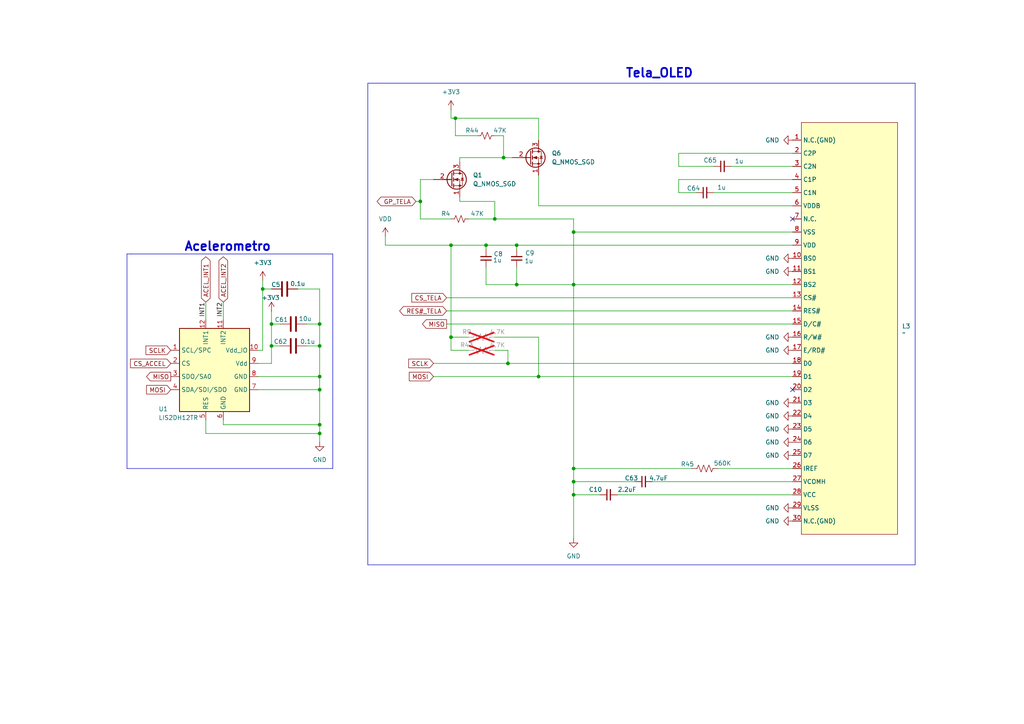
<source format=kicad_sch>
(kicad_sch (version 20250114) (generator "eeschema") (generator_version "9.0")
  (paper "A4")
  (lib_symbols
    (symbol "Device:C" (pin_numbers (hide yes)) (pin_names (offset 0.254))
      (property "Reference" "C" (at 0.635 2.54 0))
      (property "Value" "C" (at 0.635 -2.54 0))
      (symbol "C_0_1"
        (polyline (pts (xy -2.032 0.762) (xy 2.032 0.762)) (stroke (width 0.508)))
        (polyline (pts (xy -2.032 -0.762) (xy 2.032 -0.762)) (stroke (width 0.508)))
      )
      (symbol "C_1_1"
        (pin passive line (at 0 3.81 270) (length 2.794) (name "~") (number "1"))
        (pin passive line (at 0 -3.81 90) (length 2.794) (name "~") (number "2"))
      )
    )
    (symbol "Device:C_Small" (pin_numbers (hide yes)) (pin_names (offset 0.254) (hide yes))
      (property "Reference" "C" (at 0.254 1.778 0))
      (property "Value" "C_Small" (at 0.254 -2.032 0))
      (symbol "C_Small_0_1"
        (polyline (pts (xy -1.524 0.508) (xy 1.524 0.508)) (stroke (width 0.3048)))
        (polyline (pts (xy -1.524 -0.508) (xy 1.524 -0.508)) (stroke (width 0.3302)))
      )
      (symbol "C_Small_1_1"
        (pin passive line (at 0 2.54 270) (length 2.032) (name "~") (number "1"))
        (pin passive line (at 0 -2.54 90) (length 2.032) (name "~") (number "2"))
      )
    )
    (symbol "Device:R_Small_US" (pin_numbers (hide yes)) (pin_names (offset 0.254) (hide yes))
      (property "Reference" "R" (at 0.762 0.508 0))
      (property "Value" "R_Small_US" (at 0.762 -1.016 0))
      (symbol "R_Small_US_1_1"
        (polyline (pts (xy 0 1.524) (xy 1.016 1.143) (xy 0 0.762) (xy -1.016 0.381) (xy 0 0)))
        (polyline (pts (xy 0 0) (xy 1.016 -0.381) (xy 0 -0.762) (xy -1.016 -1.143) (xy 0 -1.524)))
        (pin passive line (at 0 2.54 270) (length 1.016) (name "~") (number "1"))
        (pin passive line (at 0 -2.54 90) (length 1.016) (name "~") (number "2"))
      )
    )
    (symbol "Device:R_US" (pin_numbers (hide yes)) (pin_names (offset 0))
      (property "Reference" "R" (at 2.54 0 90))
      (property "Value" "R_US" (at -2.54 0 90))
      (symbol "R_US_0_1"
        (polyline (pts (xy 0 2.286) (xy 0 2.54)))
        (polyline (pts (xy 0 2.286) (xy 1.016 1.905) (xy 0 1.524) (xy -1.016 1.143) (xy 0 0.762)))
        (polyline (pts (xy 0 0.762) (xy 1.016 0.381) (xy 0 0) (xy -1.016 -0.381) (xy 0 -0.762)))
        (polyline (pts (xy 0 -0.762) (xy 1.016 -1.143) (xy 0 -1.524) (xy -1.016 -1.905) (xy 0 -2.286)))
        (polyline (pts (xy 0 -2.286) (xy 0 -2.54)))
      )
      (symbol "R_US_1_1"
        (pin passive line (at 0 3.81 270) (length 1.27) (name "~") (number "1"))
        (pin passive line (at 0 -3.81 90) (length 1.27) (name "~") (number "2"))
      )
    )
    (symbol "Sensor_Motion:LIS2DH"
      (property "Reference" "U1" (at 7.874 -15.494 0))
      (property "Value" "LIS2DH12" (at 7.874 -18.034 0))
      (symbol "LIS2DH_0_1"
        (rectangle (start -7.62 10.16) (end 12.7 -13.97) (stroke (width 0.254)) (fill (type background)))
      )
      (symbol "LIS2DH_1_1"
        (pin input line (at -10.16 3.81 0) (length 2.54) (name "SCL/SPC") (number "1"))
        (pin input line (at -10.16 0 0) (length 2.54) (name "CS") (number "2"))
        (pin bidirectional line (at -10.16 -3.81 0) (length 2.54) (name "SDO/SA0") (number "3"))
        (pin bidirectional line (at -10.16 -7.62 0) (length 2.54) (name "SDA/SDI/SDO") (number "4"))
        (pin output line (at 0 12.7 270) (length 2.54) (name "INT1") (number "12"))
        (pin passive line (at 0 -16.51 90) (length 2.54) (hide yes) (name "GND") (number "10"))
        (pin passive line (at 0 -16.51 90) (length 2.54) (hide yes) (name "GND") (number "11"))
        (pin passive line (at 0 -16.51 90) (length 2.54) (hide yes) (name "GND") (number "12"))
        (pin passive line (at 0 -16.51 90) (length 2.54) (hide yes) (name "GND") (number "13"))
        (pin passive line (at 0 -16.51 90) (length 2.54) (hide yes) (name "GND") (number "14"))
        (pin bidirectional line (at 0 -16.51 90) (length 2.54) (name "RES") (number "5"))
        (pin output line (at 5.08 12.7 270) (length 2.54) (name "INT2") (number "11"))
        (pin bidirectional line (at 5.08 -16.51 90) (length 2.54) (name "GND") (number "6"))
        (pin bidirectional line (at 15.24 3.81 180) (length 2.54) (name "Vdd_IO") (number "10"))
        (pin bidirectional line (at 15.24 0 180) (length 2.54) (name "Vdd") (number "9"))
        (pin bidirectional line (at 15.24 -3.81 180) (length 2.54) (name "GND") (number "8"))
        (pin bidirectional line (at 15.24 -7.62 180) (length 2.54) (name "GND") (number "7"))
      )
    )
    (symbol "Transistor_FET:Q_NMOS_SGD" (pin_names (offset 0) (hide yes))
      (property "Reference" "Q" (at 5.08 1.905 0))
      (property "Value" "Q_NMOS_SGD" (at 5.08 0 0))
      (symbol "Q_NMOS_SGD_0_1"
        (polyline (pts (xy 0.254 1.905) (xy 0.254 -1.905)) (stroke (width 0.254)))
        (polyline (pts (xy 0.254 0) (xy -2.54 0)))
        (polyline (pts (xy 0.762 2.286) (xy 0.762 1.27)) (stroke (width 0.254)))
        (polyline (pts (xy 0.762 0.508) (xy 0.762 -0.508)) (stroke (width 0.254)))
        (polyline (pts (xy 0.762 -1.27) (xy 0.762 -2.286)) (stroke (width 0.254)))
        (polyline (pts (xy 0.762 -1.778) (xy 3.302 -1.778) (xy 3.302 1.778) (xy 0.762 1.778)))
        (polyline (pts (xy 1.016 0) (xy 2.032 0.381) (xy 2.032 -0.381) (xy 1.016 0)) (fill (type outline)))
        (circle (center 1.651 0) (radius 2.794) (stroke (width 0.254)))
        (polyline (pts (xy 2.54 2.54) (xy 2.54 1.778)))
        (circle (center 2.54 1.778) (radius 0.254) (fill (type outline)))
        (circle (center 2.54 -1.778) (radius 0.254) (fill (type outline)))
        (polyline (pts (xy 2.54 -2.54) (xy 2.54 0) (xy 0.762 0)))
        (polyline (pts (xy 2.921 0.381) (xy 3.683 0.381)))
        (polyline (pts (xy 3.302 0.381) (xy 2.921 -0.254) (xy 3.683 -0.254) (xy 3.302 0.381)))
      )
      (symbol "Q_NMOS_SGD_1_1"
        (pin input line (at -5.08 0 0) (length 5.08) (name "G") (number "2"))
        (pin passive line (at 2.54 5.08 270) (length 2.54) (name "D") (number "3"))
        (pin passive line (at 2.54 -5.08 90) (length 2.54) (name "S") (number "1"))
      )
    )
    (symbol "componentes_personalizados:Led_1.3"
      (property "Reference" "L" (at 0 0 0))
      (symbol "Led_1.3_1_1"
        (rectangle (start 1.27 -2.54) (end 29.21 -121.92) (fill (type background)))
        (pin input line (at -1.27 -7.62 0) (length 2.54) (name "N.C.(GND)") (number "1"))
        (pin input line (at -1.27 -11.43 0) (length 2.54) (name "C2P") (number "2"))
        (pin input line (at -1.27 -15.24 0) (length 2.54) (name "C2N") (number "3"))
        (pin input line (at -1.27 -19.05 0) (length 2.54) (name "C1P") (number "4"))
        (pin input line (at -1.27 -22.86 0) (length 2.54) (name "C1N") (number "5"))
        (pin input line (at -1.27 -26.67 0) (length 2.54) (name "VDDB") (number "6"))
        (pin input line (at -1.27 -30.48 0) (length 2.54) (name "N.C.") (number "7"))
        (pin input line (at -1.27 -34.29 0) (length 2.54) (name "VSS") (number "8"))
        (pin input line (at -1.27 -38.1 0) (length 2.54) (name "VDD") (number "9"))
        (pin input line (at -1.27 -41.91 0) (length 2.54) (name "BS0") (number "10"))
        (pin input line (at -1.27 -45.72 0) (length 2.54) (name "BS1") (number "11"))
        (pin input line (at -1.27 -49.53 0) (length 2.54) (name "BS2") (number "12"))
        (pin input line (at -1.27 -53.34 0) (length 2.54) (name "CS#") (number "13"))
        (pin input line (at -1.27 -57.15 0) (length 2.54) (name "RES#") (number "14"))
        (pin input line (at -1.27 -60.96 0) (length 2.54) (name "D/C#") (number "15"))
        (pin input line (at -1.27 -64.77 0) (length 2.54) (name "R/W#") (number "16"))
        (pin input line (at -1.27 -68.58 0) (length 2.54) (name "E/RD#") (number "17"))
        (pin input line (at -1.27 -72.39 0) (length 2.54) (name "D0") (number "18"))
        (pin input line (at -1.27 -76.2 0) (length 2.54) (name "D1") (number "19"))
        (pin input line (at -1.27 -80.01 0) (length 2.54) (name "D2") (number "20"))
        (pin input line (at -1.27 -83.82 0) (length 2.54) (name "D3") (number "21"))
        (pin input line (at -1.27 -87.63 0) (length 2.54) (name "D4") (number "22"))
        (pin input line (at -1.27 -91.44 0) (length 2.54) (name "D5") (number "23"))
        (pin input line (at -1.27 -95.25 0) (length 2.54) (name "D6") (number "24"))
        (pin input line (at -1.27 -99.06 0) (length 2.54) (name "D7") (number "25"))
        (pin input line (at -1.27 -102.87 0) (length 2.54) (name "IREF") (number "26"))
        (pin input line (at -1.27 -106.68 0) (length 2.54) (name "VCOMH") (number "27"))
        (pin input line (at -1.27 -110.49 0) (length 2.54) (name "VCC") (number "28"))
        (pin input line (at -1.27 -114.3 0) (length 2.54) (name "VLSS") (number "29"))
        (pin input line (at -1.27 -118.11 0) (length 2.54) (name "N.C.(GND)") (number "30"))
      )
    )
    (symbol "power:+3V3" (power) (pin_numbers (hide yes)) (pin_names (offset 0) (hide yes))
      (property "Value" "+3V3" (at 0 3.556 0))
      (symbol "+3V3_0_1"
        (polyline (pts (xy -0.762 1.27) (xy 0 2.54)))
        (polyline (pts (xy 0 2.54) (xy 0.762 1.27)))
        (polyline (pts (xy 0 0) (xy 0 2.54)))
      )
      (symbol "+3V3_1_1"
        (pin power_in line (at 0 0 90) (length 0) (name "~") (number "1"))
      )
    )
    (symbol "power:GND" (power) (pin_numbers (hide yes)) (pin_names (offset 0) (hide yes))
      (property "Value" "GND" (at 0 -3.81 0))
      (symbol "GND_0_1"
        (polyline (pts (xy 0 0) (xy 0 -1.27) (xy 1.27 -1.27) (xy 0 -2.54) (xy -1.27 -1.27) (xy 0 -1.27)))
      )
      (symbol "GND_1_1"
        (pin power_in line (at 0 0 270) (length 0) (name "~") (number "1"))
      )
    )
    (symbol "power:VDD" (power) (pin_numbers (hide yes)) (pin_names (offset 0) (hide yes))
      (property "Value" "VDD" (at 0 3.556 0))
      (symbol "VDD_0_1"
        (polyline (pts (xy -0.762 1.27) (xy 0 2.54)))
        (polyline (pts (xy 0 2.54) (xy 0.762 1.27)))
        (polyline (pts (xy 0 0) (xy 0 2.54)))
      )
      (symbol "VDD_1_1"
        (pin power_in line (at 0 0 90) (length 0) (name "~") (number "1"))
      )
    )
  )
  (text "Tela_OLED" (at 191.262 21.336 0) (effects (font (size 2.54 2.54) (thickness 0.508) (bold yes))))
  (text "Acelerometro" (at 66.04 71.628 0) (effects (font (size 2.54 2.54) (thickness 0.508) (bold yes))))
  (junction (at 121.92 58.42))
  (junction (at 92.71 123.19))
  (junction (at 130.81 71.12))
  (junction (at 92.71 109.22))
  (junction (at 130.81 97.79))
  (junction (at 143.51 63.5))
  (junction (at 132.08 34.29))
  (junction (at 92.71 93.98))
  (junction (at 146.05 45.72))
  (junction (at 166.37 82.55))
  (junction (at 92.71 100.33))
  (junction (at 78.74 93.98))
  (junction (at 166.37 135.89))
  (junction (at 166.37 143.51))
  (junction (at 76.2 83.82))
  (junction (at 149.86 82.55))
  (junction (at 92.71 113.03))
  (junction (at 149.86 71.12))
  (junction (at 147.32 105.41))
  (junction (at 166.37 67.31))
  (junction (at 166.37 139.7))
  (junction (at 156.21 109.22))
  (junction (at 78.74 100.33))
  (junction (at 92.71 125.73))
  (junction (at 140.97 71.12))
  (no_connect (at 229.87 63.5))
  (no_connect (at 229.87 113.03))
  (wire (pts (xy 59.69 87.63) (xy 59.69 92.71)))
  (wire (pts (xy 92.71 83.82) (xy 92.71 93.98)))
  (wire (pts (xy 149.86 72.39) (xy 149.86 71.12)))
  (wire (pts (xy 156.21 97.79) (xy 156.21 109.22)))
  (wire (pts (xy 207.01 48.26) (xy 196.85 48.26)))
  (polyline (pts (xy 36.83 73.66) (xy 38.1 73.66)))
  (wire (pts (xy 166.37 139.7) (xy 184.15 139.7)))
  (wire (pts (xy 143.51 63.5) (xy 166.37 63.5)))
  (wire (pts (xy 92.71 125.73) (xy 92.71 128.27)))
  (wire (pts (xy 86.36 83.82) (xy 92.71 83.82)))
  (wire (pts (xy 208.28 135.89) (xy 229.87 135.89)))
  (wire (pts (xy 121.92 52.07) (xy 125.73 52.07)))
  (wire (pts (xy 149.86 82.55) (xy 140.97 82.55)))
  (wire (pts (xy 166.37 63.5) (xy 166.37 67.31)))
  (wire (pts (xy 76.2 83.82) (xy 78.74 83.82)))
  (wire (pts (xy 125.73 109.22) (xy 156.21 109.22)))
  (wire (pts (xy 129.54 90.17) (xy 229.87 90.17)))
  (wire (pts (xy 130.81 71.12) (xy 130.81 97.79)))
  (wire (pts (xy 196.85 55.88) (xy 201.93 55.88)))
  (wire (pts (xy 121.92 58.42) (xy 121.92 63.5)))
  (wire (pts (xy 88.9 93.98) (xy 92.71 93.98)))
  (wire (pts (xy 156.21 59.69) (xy 156.21 50.8)))
  (wire (pts (xy 166.37 82.55) (xy 149.86 82.55)))
  (wire (pts (xy 74.93 101.6) (xy 76.2 101.6)))
  (wire (pts (xy 140.97 82.55) (xy 140.97 77.47)))
  (wire (pts (xy 166.37 139.7) (xy 166.37 143.51)))
  (polyline (pts (xy 38.1 73.66) (xy 96.52 73.66)))
  (wire (pts (xy 64.77 87.63) (xy 64.77 92.71)))
  (wire (pts (xy 76.2 101.6) (xy 76.2 83.82)))
  (wire (pts (xy 143.51 63.5) (xy 143.51 58.42)))
  (polyline (pts (xy 110.49 24.13) (xy 265.43 24.13)))
  (wire (pts (xy 156.21 109.22) (xy 229.87 109.22)))
  (wire (pts (xy 78.74 100.33) (xy 81.28 100.33)))
  (wire (pts (xy 179.07 143.51) (xy 229.87 143.51)))
  (wire (pts (xy 147.32 101.6) (xy 147.32 105.41)))
  (wire (pts (xy 207.01 55.88) (xy 229.87 55.88)))
  (wire (pts (xy 132.08 34.29) (xy 132.08 39.37)))
  (wire (pts (xy 146.05 39.37) (xy 143.51 39.37)))
  (wire (pts (xy 196.85 52.07) (xy 196.85 55.88)))
  (wire (pts (xy 156.21 40.64) (xy 156.21 34.29)))
  (wire (pts (xy 166.37 82.55) (xy 166.37 135.89)))
  (wire (pts (xy 92.71 100.33) (xy 92.71 109.22)))
  (wire (pts (xy 166.37 82.55) (xy 229.87 82.55)))
  (wire (pts (xy 229.87 59.69) (xy 156.21 59.69)))
  (wire (pts (xy 111.76 71.12) (xy 130.81 71.12)))
  (wire (pts (xy 143.51 97.79) (xy 156.21 97.79)))
  (wire (pts (xy 92.71 109.22) (xy 92.71 113.03)))
  (wire (pts (xy 88.9 100.33) (xy 92.71 100.33)))
  (wire (pts (xy 166.37 143.51) (xy 173.99 143.51)))
  (wire (pts (xy 120.65 58.42) (xy 121.92 58.42)))
  (wire (pts (xy 78.74 90.17) (xy 78.74 93.98)))
  (wire (pts (xy 166.37 67.31) (xy 229.87 67.31)))
  (wire (pts (xy 140.97 72.39) (xy 140.97 71.12)))
  (polyline (pts (xy 96.52 135.89) (xy 36.83 135.89)))
  (wire (pts (xy 130.81 101.6) (xy 135.89 101.6)))
  (wire (pts (xy 166.37 67.31) (xy 166.37 82.55)))
  (wire (pts (xy 130.81 71.12) (xy 140.97 71.12)))
  (wire (pts (xy 76.2 81.28) (xy 76.2 83.82)))
  (wire (pts (xy 130.81 34.29) (xy 132.08 34.29)))
  (polyline (pts (xy 106.68 163.83) (xy 106.68 24.13)))
  (wire (pts (xy 166.37 143.51) (xy 166.37 156.21)))
  (wire (pts (xy 64.77 121.92) (xy 64.77 123.19)))
  (wire (pts (xy 166.37 135.89) (xy 166.37 139.7)))
  (wire (pts (xy 125.73 105.41) (xy 147.32 105.41)))
  (wire (pts (xy 59.69 125.73) (xy 92.71 125.73)))
  (wire (pts (xy 196.85 48.26) (xy 196.85 44.45)))
  (wire (pts (xy 74.93 105.41) (xy 78.74 105.41)))
  (wire (pts (xy 149.86 71.12) (xy 229.87 71.12)))
  (wire (pts (xy 92.71 113.03) (xy 92.71 123.19)))
  (wire (pts (xy 140.97 71.12) (xy 149.86 71.12)))
  (wire (pts (xy 121.92 52.07) (xy 121.92 58.42)))
  (wire (pts (xy 130.81 34.29) (xy 130.81 31.75)))
  (wire (pts (xy 74.93 109.22) (xy 92.71 109.22)))
  (polyline (pts (xy 265.43 24.13) (xy 265.43 163.83)))
  (wire (pts (xy 78.74 105.41) (xy 78.74 100.33)))
  (wire (pts (xy 212.09 48.26) (xy 229.87 48.26)))
  (polyline (pts (xy 265.43 163.83) (xy 106.68 163.83)))
  (wire (pts (xy 74.93 113.03) (xy 92.71 113.03)))
  (wire (pts (xy 64.77 123.19) (xy 92.71 123.19)))
  (wire (pts (xy 130.81 97.79) (xy 130.81 101.6)))
  (wire (pts (xy 196.85 44.45) (xy 229.87 44.45)))
  (wire (pts (xy 129.54 93.98) (xy 229.87 93.98)))
  (polyline (pts (xy 96.52 73.66) (xy 96.52 135.89)))
  (wire (pts (xy 146.05 45.72) (xy 146.05 39.37)))
  (wire (pts (xy 135.89 63.5) (xy 143.51 63.5)))
  (wire (pts (xy 111.76 68.58) (xy 111.76 71.12)))
  (wire (pts (xy 92.71 93.98) (xy 92.71 100.33)))
  (polyline (pts (xy 36.83 135.89) (xy 36.83 73.66)))
  (wire (pts (xy 133.35 45.72) (xy 133.35 46.99)))
  (wire (pts (xy 189.23 139.7) (xy 229.87 139.7)))
  (wire (pts (xy 132.08 39.37) (xy 138.43 39.37)))
  (wire (pts (xy 78.74 93.98) (xy 78.74 100.33)))
  (wire (pts (xy 133.35 58.42) (xy 133.35 57.15)))
  (wire (pts (xy 129.54 86.36) (xy 229.87 86.36)))
  (polyline (pts (xy 106.68 24.13) (xy 110.49 24.13)))
  (wire (pts (xy 143.51 58.42) (xy 133.35 58.42)))
  (wire (pts (xy 133.35 45.72) (xy 146.05 45.72)))
  (wire (pts (xy 78.74 93.98) (xy 81.28 93.98)))
  (wire (pts (xy 143.51 101.6) (xy 147.32 101.6)))
  (wire (pts (xy 146.05 45.72) (xy 148.59 45.72)))
  (wire (pts (xy 121.92 63.5) (xy 130.81 63.5)))
  (wire (pts (xy 196.85 52.07) (xy 229.87 52.07)))
  (wire (pts (xy 59.69 121.92) (xy 59.69 125.73)))
  (wire (pts (xy 132.08 34.29) (xy 156.21 34.29)))
  (wire (pts (xy 166.37 135.89) (xy 200.66 135.89)))
  (wire (pts (xy 147.32 105.41) (xy 229.87 105.41)))
  (wire (pts (xy 149.86 82.55) (xy 149.86 77.47)))
  (wire (pts (xy 130.81 97.79) (xy 135.89 97.79)))
  (wire (pts (xy 92.71 123.19) (xy 92.71 125.73)))
  (label "INT1" (at 59.69 87.63 270))
  (label "INT2" (at 64.77 87.63 270))
  (global_label "ACEL_INT1" (shape bidirectional) (at 59.69 87.63 90) (property "Intersheetrefs" "${INTERSHEET_REFS}" (effects (hide yes))))
  (global_label "MISO" (shape output) (at 129.54 93.98 180) (property "Intersheetrefs" "${INTERSHEET_REFS}" (effects (hide yes))))
  (global_label "MISO" (shape output) (at 49.53 109.22 180) (property "Intersheetrefs" "${INTERSHEET_REFS}" (effects (hide yes))))
  (global_label "CS_ACCEL" (shape input) (at 49.53 105.41 180) (property "Intersheetrefs" "${INTERSHEET_REFS}" (effects (hide yes))))
  (global_label "MOSI" (shape input) (at 125.73 109.22 180) (property "Intersheetrefs" "${INTERSHEET_REFS}" (effects (hide yes))))
  (global_label "GP_TELA" (shape bidirectional) (at 120.65 58.42 180) (property "Intersheetrefs" "${INTERSHEET_REFS}" (effects (hide yes))))
  (global_label "MOSI" (shape input) (at 49.53 113.03 180) (property "Intersheetrefs" "${INTERSHEET_REFS}" (effects (hide yes))))
  (global_label "ACEL_INT2" (shape bidirectional) (at 64.77 87.63 90) (property "Intersheetrefs" "${INTERSHEET_REFS}" (effects (hide yes))))
  (global_label "SCLK" (shape input) (at 125.73 105.41 180) (property "Intersheetrefs" "${INTERSHEET_REFS}" (effects (hide yes))))
  (global_label "CS_TELA" (shape input) (at 129.54 86.36 180) (property "Intersheetrefs" "${INTERSHEET_REFS}" (effects (hide yes))))
  (global_label "RES#_TELA" (shape bidirectional) (at 129.54 90.17 180) (property "Intersheetrefs" "${INTERSHEET_REFS}" (effects (hide yes))))
  (global_label "SCLK" (shape input) (at 49.53 101.6 180) (property "Intersheetrefs" "${INTERSHEET_REFS}" (effects (hide yes))))
  (symbol (lib_id "power:GND") (at 92.71 128.27 0) (unit 1)
    (property "Reference" "#PWR020" (effects (hide yes)))
    (property "Value" "GND" (at 92.71 133.35 0))
    (property "Description" "Power symbol creates a global label with name \"GND\" , ground" (effects (hide yes)))
  )
  (symbol (lib_id "power:GND") (at 229.87 151.13 270) (unit 1)
    (property "Reference" "#PWR0119" (effects (hide yes)))
    (property "Value" "GND" (at 226.06 151.1299 90) (effects (justify right)))
    (property "Description" "Power symbol creates a global label with name \"GND\" , ground" (effects (hide yes)))
  )
  (symbol (lib_id "Device:R_Small_US") (at 133.35 63.5 90) (unit 1)
    (property "Reference" "R4" (at 129.286 61.976 90))
    (property "Value" "47K" (at 138.43 61.976 90))
    (property "Footprint" "Resistor_SMD:R_0402_1005Metric" (effects (hide yes)))
    (property "Datasheet" "https://www.digikey.com.br/en/products/detail/panasonic-electronic-components/ERJ-2RKF4702X/1746233" (effects (hide yes)))
    (property "Description" "Resistor, small US symbol" (effects (hide yes)))
  )
  (symbol (lib_id "Device:C_Small") (at 209.55 48.26 90) (unit 1)
    (property "Reference" "C65" (at 205.994 46.482 90))
    (property "Value" "1u" (at 214.376 46.736 90))
    (property "Footprint" "Capacitor_SMD:C_0402_1005Metric" (effects (hide yes)))
    (property "Datasheet" "https://www.digikey.com.br/pt/products/detail/samsung-electro-mechanics/CL05B104KP5NNNC/3886660" (effects (hide yes)))
    (property "Description" "Unpolarized capacitor, small symbol" (effects (hide yes)))
  )
  (symbol (lib_id "Device:R_US") (at 139.7 97.79 90) (unit 1) (dnp yes)
    (property "Reference" "R9" (at 135.382 96.266 90))
    (property "Value" "4.7K" (at 144.272 96.266 90))
    (property "Footprint" "Resistor_SMD:R_0402_1005Metric" (effects (hide yes)))
    (property "Datasheet" "https://www.digikey.com.br/en/products/detail/cal-chip-electronics-inc/RM04J472CT/13571646" (effects (hide yes)))
    (property "Description" "Resistor, US symbol" (effects (hide yes)))
  )
  (symbol (lib_id "Device:C_Small") (at 149.86 74.93 180) (unit 1)
    (property "Reference" "C9" (at 153.67 73.406 0))
    (property "Value" "1u" (at 153.416 75.692 0))
    (property "Footprint" "Capacitor_SMD:C_0402_1005Metric" (effects (hide yes)))
    (property "Datasheet" "https://www.digikey.com.br/pt/products/detail/samsung-electro-mechanics/CL05B104KP5NNNC/3886660" (effects (hide yes)))
    (property "Description" "Unpolarized capacitor, small symbol" (effects (hide yes)))
  )
  (symbol (lib_id "power:GND") (at 229.87 97.79 270) (unit 1)
    (property "Reference" "#PWR027" (effects (hide yes)))
    (property "Value" "GND" (at 226.06 97.7899 90) (effects (justify right)))
    (property "Description" "Power symbol creates a global label with name \"GND\" , ground" (effects (hide yes)))
  )
  (symbol (lib_id "power:GND") (at 229.87 147.32 270) (unit 1)
    (property "Reference" "#PWR0118" (effects (hide yes)))
    (property "Value" "GND" (at 226.06 147.3199 90) (effects (justify right)))
    (property "Description" "Power symbol creates a global label with name \"GND\" , ground" (effects (hide yes)))
  )
  (symbol (lib_id "power:GND") (at 229.87 40.64 270) (unit 1)
    (property "Reference" "#PWR024" (effects (hide yes)))
    (property "Value" "GND" (at 226.06 40.6399 90) (effects (justify right)))
    (property "Description" "Power symbol creates a global label with name \"GND\" , ground" (effects (hide yes)))
  )
  (symbol (lib_id "Device:C_Small") (at 186.69 139.7 90) (unit 1)
    (property "Reference" "C63" (at 183.134 138.684 90))
    (property "Value" "4.7uF" (at 191.008 138.684 90))
    (property "Footprint" "Capacitor_SMD:C_0402_1005Metric" (effects (hide yes)))
    (property "Datasheet" "https://www.digikey.com.br/en/products/detail/samsung-electro-mechanics/CL05A475MP5NRNC/3887140" (effects (hide yes)))
    (property "Description" "Unpolarized capacitor, small symbol" (effects (hide yes)))
  )
  (symbol (lib_id "Transistor_FET:Q_NMOS_SGD") (at 153.67 45.72 0) (unit 1)
    (property "Reference" "Q6" (at 160.02 44.4499 0) (effects (justify left)))
    (property "Value" "Q_NMOS_SGD" (at 160.02 46.9899 0) (effects (justify left)))
    (property "Footprint" "componentes_personalizados:mosfet-DMN2600UFB-7" (effects (hide yes)))
    (property "Datasheet" "https://www.digikey.com.br/en/products/detail/toshiba-semiconductor-and-storage/T2N7002AK-LM/5298028" (effects (hide yes)))
    (property "Description" "N-MOSFET transistor, source/gate/drain" (effects (hide yes)))
  )
  (symbol (lib_id "Device:C_Small") (at 204.47 55.88 90) (unit 1)
    (property "Reference" "C64" (at 201.168 54.61 90))
    (property "Value" "1u" (at 209.296 54.356 90))
    (property "Footprint" "Capacitor_SMD:C_0402_1005Metric" (effects (hide yes)))
    (property "Datasheet" "https://www.digikey.com.br/pt/products/detail/samsung-electro-mechanics/CL05B104KP5NNNC/3886660" (effects (hide yes)))
    (property "Description" "Unpolarized capacitor, small symbol" (effects (hide yes)))
  )
  (symbol (lib_id "power:GND") (at 229.87 101.6 270) (unit 1)
    (property "Reference" "#PWR028" (effects (hide yes)))
    (property "Value" "GND" (at 226.06 101.5999 90) (effects (justify right)))
    (property "Description" "Power symbol creates a global label with name \"GND\" , ground" (effects (hide yes)))
  )
  (symbol (lib_id "power:GND") (at 229.87 128.27 270) (unit 1)
    (property "Reference" "#PWR0102" (effects (hide yes)))
    (property "Value" "GND" (at 226.06 128.2699 90) (effects (justify right)))
    (property "Description" "Power symbol creates a global label with name \"GND\" , ground" (effects (hide yes)))
  )
  (symbol (lib_id "Device:C_Small") (at 140.97 74.93 180) (unit 1)
    (property "Reference" "C8" (at 144.526 73.66 0))
    (property "Value" "1u" (at 144.272 75.438 0))
    (property "Footprint" "Capacitor_SMD:C_0402_1005Metric" (effects (hide yes)))
    (property "Datasheet" "https://www.digikey.com.br/pt/products/detail/samsung-electro-mechanics/CL05B104KP5NNNC/3886660" (effects (hide yes)))
    (property "Description" "Unpolarized capacitor, small symbol" (effects (hide yes)))
  )
  (symbol (lib_id "Device:C") (at 82.55 83.82 270) (unit 1)
    (property "Reference" "C5" (at 80.01 82.55 90))
    (property "Value" "0.1u" (at 86.36 82.296 90))
    (property "Footprint" "Capacitor_SMD:C_0402_1005Metric" (effects (hide yes)))
    (property "Datasheet" "https://www.digikey.com.br/pt/products/detail/samsung-electro-mechanics/CL05A104KA5NNNC/3886701" (effects (hide yes)))
    (property "Description" "Unpolarized capacitor" (effects (hide yes)))
  )
  (symbol (lib_id "power:GND") (at 229.87 74.93 270) (unit 1)
    (property "Reference" "#PWR025" (effects (hide yes)))
    (property "Value" "GND" (at 226.06 74.9299 90) (effects (justify right)))
    (property "Description" "Power symbol creates a global label with name \"GND\" , ground" (effects (hide yes)))
  )
  (symbol (lib_id "power:GND") (at 229.87 116.84 270) (unit 1)
    (property "Reference" "#PWR067" (effects (hide yes)))
    (property "Value" "GND" (at 226.06 116.8399 90) (effects (justify right)))
    (property "Description" "Power symbol creates a global label with name \"GND\" , ground" (effects (hide yes)))
  )
  (symbol (lib_id "power:+3V3") (at 130.81 31.75 0) (unit 1)
    (property "Reference" "#PWR022" (effects (hide yes)))
    (property "Value" "+3V3" (at 130.81 26.67 0))
    (property "Description" "Power symbol creates a global label with name \"+3V3\"" (effects (hide yes)))
  )
  (symbol (lib_id "Device:C_Small") (at 176.53 143.51 90) (unit 1)
    (property "Reference" "C10" (at 172.72 141.986 90))
    (property "Value" "2.2uF" (at 181.864 141.986 90))
    (property "Footprint" "Capacitor_SMD:C_0402_1005Metric" (effects (hide yes)))
    (property "Datasheet" "https://www.digikey.com.br/en/products/detail/samsung-electro-mechanics/CL05A225MQ5NNNC/3887127" (effects (hide yes)))
    (property "Description" "Unpolarized capacitor, small symbol" (effects (hide yes)))
  )
  (symbol (lib_id "Transistor_FET:Q_NMOS_SGD") (at 130.81 52.07 0) (unit 1)
    (property "Reference" "Q1" (at 137.16 50.7999 0) (effects (justify left)))
    (property "Value" "Q_NMOS_SGD" (at 137.16 53.3399 0) (effects (justify left)))
    (property "Footprint" "componentes_personalizados:mosfet-DMN2600UFB-7" (effects (hide yes)))
    (property "Datasheet" "https://www.digikey.com.br/en/products/detail/toshiba-semiconductor-and-storage/T2N7002AK-LM/5298028" (effects (hide yes)))
    (property "Description" "N-MOSFET transistor, source/gate/drain" (effects (hide yes)))
  )
  (symbol (lib_id "Device:C") (at 85.09 100.33 270) (unit 1)
    (property "Reference" "C62" (at 83.312 99.06 90) (effects (justify right)))
    (property "Value" "0.1u" (at 91.44 99.06 90) (effects (justify right)))
    (property "Footprint" "Capacitor_SMD:C_0402_1005Metric" (effects (hide yes)))
    (property "Datasheet" "https://www.digikey.com.br/pt/products/detail/samsung-electro-mechanics/CL05A104KA5NNNC/3886701" (effects (hide yes)))
    (property "Description" "Unpolarized capacitor" (effects (hide yes)))
  )
  (symbol (lib_id "Device:C") (at 85.09 93.98 270) (unit 1)
    (property "Reference" "C61" (at 83.566 92.71 90) (effects (justify right)))
    (property "Value" "10u" (at 90.424 92.456 90) (effects (justify right)))
    (property "Footprint" "Capacitor_SMD:C_0402_1005Metric" (effects (hide yes)))
    (property "Datasheet" "https://www.digikey.com.br/pt/products/detail/samsung-electro-mechanics/CL21A106KOQNNNG/3894417" (effects (hide yes)))
    (property "Description" "Unpolarized capacitor" (effects (hide yes)))
  )
  (symbol (lib_id "Device:R_Small_US") (at 140.97 39.37 90) (unit 1)
    (property "Reference" "R44" (at 136.906 37.846 90))
    (property "Value" "47K" (at 145.034 37.846 90))
    (property "Footprint" "Resistor_SMD:R_0402_1005Metric" (effects (hide yes)))
    (property "Datasheet" "https://www.digikey.com.br/en/products/detail/panasonic-electronic-components/ERJ-2RKF4702X/1746233" (effects (hide yes)))
    (property "Description" "Resistor, small US symbol" (effects (hide yes)))
  )
  (symbol (lib_id "Device:R_US") (at 204.47 135.89 90) (unit 1)
    (property "Reference" "R45" (at 199.39 134.62 90))
    (property "Value" "560K" (at 209.55 134.366 90))
    (property "Footprint" "Resistor_SMD:R_0402_1005Metric" (effects (hide yes)))
    (property "Datasheet" "https://www.digikey.com.br/en/products/detail/panasonic-electronic-components/ERJ-2RKF5603X/1746252" (effects (hide yes)))
    (property "Description" "Resistor, US symbol" (effects (hide yes)))
  )
  (symbol (lib_id "Device:R_US") (at 139.7 101.6 90) (unit 1) (dnp yes)
    (property "Reference" "R43" (at 135.382 100.076 90))
    (property "Value" "4.7K" (at 144.272 100.076 90))
    (property "Footprint" "Resistor_SMD:R_0402_1005Metric" (effects (hide yes)))
    (property "Datasheet" "https://www.digikey.com.br/en/products/detail/cal-chip-electronics-inc/RM04J472CT/13571646" (effects (hide yes)))
    (property "Description" "Resistor, US symbol" (effects (hide yes)))
  )
  (symbol (lib_id "power:+3V3") (at 76.2 81.28 0) (unit 1)
    (property "Reference" "#PWR07" (effects (hide yes)))
    (property "Value" "+3V3" (at 76.2 76.2 0))
    (property "Description" "Power symbol creates a global label with name \"+3V3\"" (effects (hide yes)))
  )
  (symbol (lib_id "power:GND") (at 229.87 78.74 270) (unit 1)
    (property "Reference" "#PWR026" (effects (hide yes)))
    (property "Value" "GND" (at 226.06 78.7399 90) (effects (justify right)))
    (property "Description" "Power symbol creates a global label with name \"GND\" , ground" (effects (hide yes)))
  )
  (symbol (lib_id "power:GND") (at 229.87 132.08 270) (unit 1)
    (property "Reference" "#PWR0117" (effects (hide yes)))
    (property "Value" "GND" (at 226.06 132.0799 90) (effects (justify right)))
    (property "Description" "Power symbol creates a global label with name \"GND\" , ground" (effects (hide yes)))
  )
  (symbol (lib_id "power:+3V3") (at 78.74 90.17 0) (unit 1)
    (property "Reference" "#PWR08" (effects (hide yes)))
    (property "Value" "+3V3" (at 78.486 86.36 0))
    (property "Description" "Power symbol creates a global label with name \"+3V3\"" (effects (hide yes)))
  )
  (symbol (lib_id "Sensor_Motion:LIS2DH") (at 59.69 105.41 0) (unit 1)
    (property "Reference" "U1" (at 45.974 118.618 0) (effects (justify left)))
    (property "Value" "LIS2DH12TR" (at 45.974 121.158 0) (effects (justify left)))
    (property "Footprint" "Package_LGA:LGA-14_2x2mm_P0.35mm_LayoutBorder3x4y" (effects (hide yes)))
    (property "Datasheet" "https://www.digikey.com.br/pt/products/detail/stmicroelectronics/lis2dh12tr/4899892" (effects (hide yes)))
    (property "Description" "3-Axis Accelerometer, 2/4/8/16g range, I2C/SPI interface, LGA-14" (effects (hide yes)))
  )
  (symbol (lib_id "componentes_personalizados:Led_1.3") (at 231.14 33.02 0) (unit 1)
    (property "Reference" "L3" (at 261.62 94.6149 0) (effects (justify left)))
    (property "Value" "~" (at 261.62 96.52 0) (effects (justify left)))
  )
  (symbol (lib_id "power:GND") (at 229.87 124.46 270) (unit 1)
    (property "Reference" "#PWR069" (effects (hide yes)))
    (property "Value" "GND" (at 226.06 124.4599 90) (effects (justify right)))
    (property "Description" "Power symbol creates a global label with name \"GND\" , ground" (effects (hide yes)))
  )
  (symbol (lib_id "power:VDD") (at 111.76 68.58 0) (unit 1)
    (property "Reference" "#PWR021" (effects (hide yes)))
    (property "Value" "VDD" (at 111.76 63.5 0))
    (property "Description" "Power symbol creates a global label with name \"VDD\"" (effects (hide yes)))
  )
  (symbol (lib_id "power:GND") (at 229.87 120.65 270) (unit 1)
    (property "Reference" "#PWR068" (effects (hide yes)))
    (property "Value" "GND" (at 226.06 120.6499 90) (effects (justify right)))
    (property "Description" "Power symbol creates a global label with name \"GND\" , ground" (effects (hide yes)))
  )
  (symbol (lib_id "power:GND") (at 166.37 156.21 0) (unit 1)
    (property "Reference" "#PWR023" (effects (hide yes)))
    (property "Value" "GND" (at 166.37 161.29 0))
    (property "Description" "Power symbol creates a global label with name \"GND\" , ground" (effects (hide yes)))
  )
)
</source>
